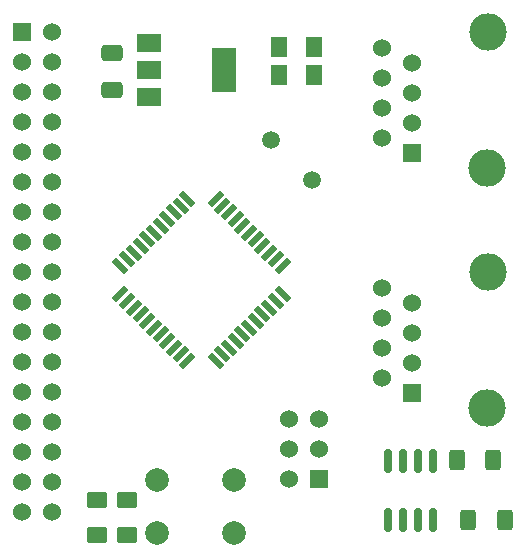
<source format=gbr>
%TF.GenerationSoftware,KiCad,Pcbnew,6.0.11-2627ca5db0~126~ubuntu20.04.1*%
%TF.CreationDate,2023-09-03T18:12:03+02:00*%
%TF.ProjectId,sboxnet-modul,73626f78-6e65-4742-9d6d-6f64756c2e6b,rev?*%
%TF.SameCoordinates,Original*%
%TF.FileFunction,Soldermask,Top*%
%TF.FilePolarity,Negative*%
%FSLAX46Y46*%
G04 Gerber Fmt 4.6, Leading zero omitted, Abs format (unit mm)*
G04 Created by KiCad (PCBNEW 6.0.11-2627ca5db0~126~ubuntu20.04.1) date 2023-09-03 18:12:03*
%MOMM*%
%LPD*%
G01*
G04 APERTURE LIST*
G04 Aperture macros list*
%AMRoundRect*
0 Rectangle with rounded corners*
0 $1 Rounding radius*
0 $2 $3 $4 $5 $6 $7 $8 $9 X,Y pos of 4 corners*
0 Add a 4 corners polygon primitive as box body*
4,1,4,$2,$3,$4,$5,$6,$7,$8,$9,$2,$3,0*
0 Add four circle primitives for the rounded corners*
1,1,$1+$1,$2,$3*
1,1,$1+$1,$4,$5*
1,1,$1+$1,$6,$7*
1,1,$1+$1,$8,$9*
0 Add four rect primitives between the rounded corners*
20,1,$1+$1,$2,$3,$4,$5,0*
20,1,$1+$1,$4,$5,$6,$7,0*
20,1,$1+$1,$6,$7,$8,$9,0*
20,1,$1+$1,$8,$9,$2,$3,0*%
%AMRotRect*
0 Rectangle, with rotation*
0 The origin of the aperture is its center*
0 $1 length*
0 $2 width*
0 $3 Rotation angle, in degrees counterclockwise*
0 Add horizontal line*
21,1,$1,$2,0,0,$3*%
G04 Aperture macros list end*
%ADD10C,1.524000*%
%ADD11R,1.524000X1.524000*%
%ADD12R,2.000000X1.500000*%
%ADD13R,2.000000X3.800000*%
%ADD14C,3.170000*%
%ADD15C,2.000000*%
%ADD16RotRect,1.500000X0.550000X315.000000*%
%ADD17RotRect,1.500000X0.550000X45.000000*%
%ADD18RoundRect,0.250001X-0.624999X0.462499X-0.624999X-0.462499X0.624999X-0.462499X0.624999X0.462499X0*%
%ADD19RoundRect,0.250001X-0.462499X-0.624999X0.462499X-0.624999X0.462499X0.624999X-0.462499X0.624999X0*%
%ADD20RoundRect,0.250000X0.650000X-0.412500X0.650000X0.412500X-0.650000X0.412500X-0.650000X-0.412500X0*%
%ADD21C,1.500000*%
%ADD22RoundRect,0.250000X0.400000X0.625000X-0.400000X0.625000X-0.400000X-0.625000X0.400000X-0.625000X0*%
%ADD23RoundRect,0.150000X-0.150000X0.825000X-0.150000X-0.825000X0.150000X-0.825000X0.150000X0.825000X0*%
G04 APERTURE END LIST*
D10*
X80010000Y-78010000D03*
D11*
X77470000Y-78010000D03*
D10*
X80010000Y-80550000D03*
X77470000Y-80550000D03*
X80010000Y-83090000D03*
X77470000Y-83090000D03*
X80010000Y-85630000D03*
X77470000Y-85630000D03*
X80010000Y-88170000D03*
X77470000Y-88170000D03*
X80010000Y-90710000D03*
X77470000Y-90710000D03*
X80010000Y-93250000D03*
X77470000Y-93250000D03*
X80010000Y-95790000D03*
X77470000Y-95790000D03*
X80010000Y-98330000D03*
X77470000Y-98330000D03*
X80010000Y-100870000D03*
X77470000Y-100870000D03*
X80010000Y-103410000D03*
X77470000Y-103410000D03*
X80010000Y-105950000D03*
X77470000Y-105950000D03*
X80010000Y-108490000D03*
X77470000Y-108490000D03*
X80010000Y-111030000D03*
X77470000Y-111030000D03*
X80010000Y-113570000D03*
X77470000Y-113570000D03*
X80010000Y-116110000D03*
X77470000Y-116110000D03*
X80010000Y-118650000D03*
X77470000Y-118650000D03*
X100100000Y-110780000D03*
X102640000Y-110780000D03*
X100100000Y-113320000D03*
X102640000Y-113320000D03*
X100100000Y-115860000D03*
D11*
X102640000Y-115860000D03*
D12*
X88290000Y-78980000D03*
X88290000Y-81280000D03*
D13*
X94590000Y-81280000D03*
D12*
X88290000Y-83580000D03*
D14*
X116964460Y-98390000D03*
X116840000Y-109855000D03*
D11*
X110490000Y-108580000D03*
D10*
X107950000Y-107310000D03*
X110490000Y-106040000D03*
X107950000Y-104770000D03*
X110490000Y-103500000D03*
X107950000Y-102235000D03*
X110490000Y-100960000D03*
X107950000Y-99695000D03*
D14*
X116840000Y-89535000D03*
X116964460Y-78070000D03*
D11*
X110490000Y-88260000D03*
D10*
X107950000Y-86990000D03*
X110490000Y-85720000D03*
X107950000Y-84450000D03*
X110490000Y-83180000D03*
X107950000Y-81915000D03*
X110490000Y-80640000D03*
X107950000Y-79375000D03*
D15*
X88977400Y-115961600D03*
X95477400Y-115961600D03*
X95477400Y-120461600D03*
X88977400Y-120461600D03*
D16*
X91507918Y-92201064D03*
X90942233Y-92766750D03*
X90376548Y-93332435D03*
X89810862Y-93898120D03*
X89245177Y-94463806D03*
X88679491Y-95029491D03*
X88113806Y-95595177D03*
X87548120Y-96160862D03*
X86982435Y-96726548D03*
X86416750Y-97292233D03*
X85851064Y-97857918D03*
D17*
X85851064Y-100262082D03*
X86416750Y-100827767D03*
X86982435Y-101393452D03*
X87548120Y-101959138D03*
X88113806Y-102524823D03*
X88679491Y-103090509D03*
X89245177Y-103656194D03*
X89810862Y-104221880D03*
X90376548Y-104787565D03*
X90942233Y-105353250D03*
X91507918Y-105918936D03*
D16*
X93912082Y-105918936D03*
X94477767Y-105353250D03*
X95043452Y-104787565D03*
X95609138Y-104221880D03*
X96174823Y-103656194D03*
X96740509Y-103090509D03*
X97306194Y-102524823D03*
X97871880Y-101959138D03*
X98437565Y-101393452D03*
X99003250Y-100827767D03*
X99568936Y-100262082D03*
D17*
X99568936Y-97857918D03*
X99003250Y-97292233D03*
X98437565Y-96726548D03*
X97871880Y-96160862D03*
X97306194Y-95595177D03*
X96740509Y-95029491D03*
X96174823Y-94463806D03*
X95609138Y-93898120D03*
X95043452Y-93332435D03*
X94477767Y-92766750D03*
X93912082Y-92201064D03*
D18*
X83870800Y-117689300D03*
X83870800Y-120664300D03*
D19*
X99274300Y-81661000D03*
X102249300Y-81661000D03*
D20*
X85090000Y-82931000D03*
X85090000Y-79806000D03*
D21*
X98597589Y-87167589D03*
X102048270Y-90618270D03*
D19*
X99274300Y-79298800D03*
X102249300Y-79298800D03*
D22*
X117400001Y-114300000D03*
X114300001Y-114300000D03*
D18*
X86385400Y-117689300D03*
X86385400Y-120664300D03*
D22*
X118390000Y-119380000D03*
X115290000Y-119380000D03*
D23*
X112293400Y-114415800D03*
X111023400Y-114415800D03*
X109753400Y-114415800D03*
X108483400Y-114415800D03*
X108483400Y-119365800D03*
X109753400Y-119365800D03*
X111023400Y-119365800D03*
X112293400Y-119365800D03*
M02*

</source>
